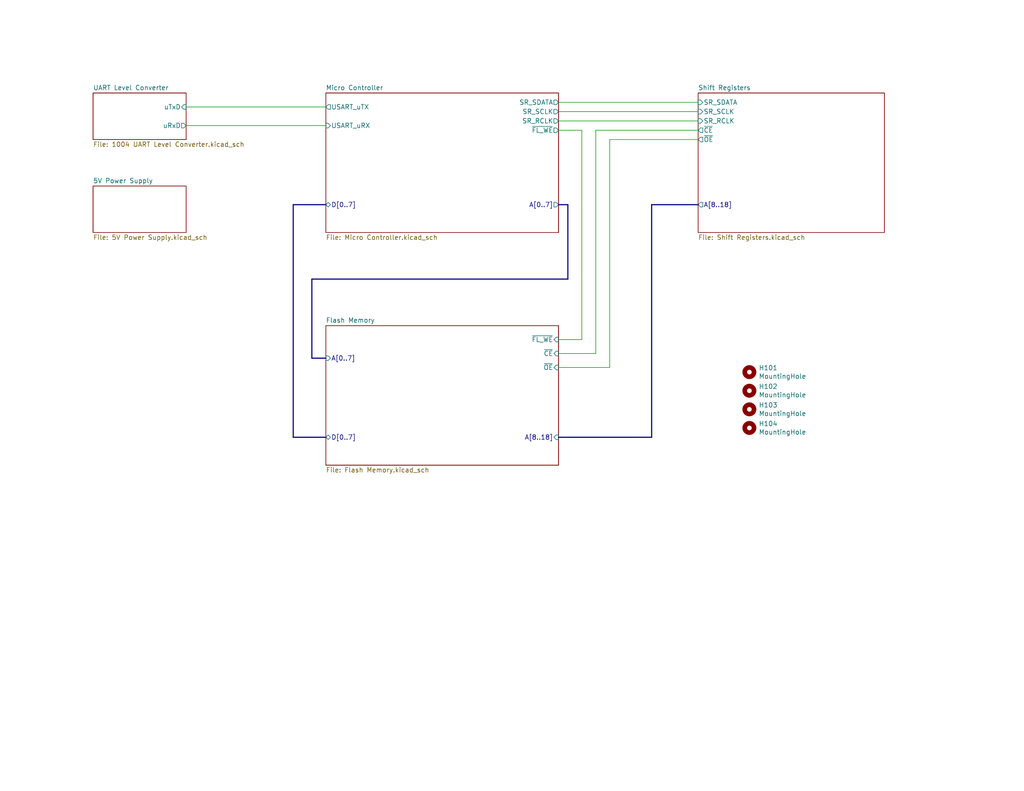
<source format=kicad_sch>
(kicad_sch (version 20211123) (generator eeschema)
  (paper "USLetter")
  (title_block (title "1005 Flash Programmer") (date "2021-12-12") (rev "1") (company "Dan Wilson") (comment 3 "Copyright © 2021 Dan Wilson") (comment 4 "SST39SF0x0A Flash Programmer"))
  (lib_symbols
    (symbol "Mechanical:MountingHole" (pin_names (offset 1.016))
      (property "Reference" "H" (at 0 5.08 0))
      (property "Value" "MountingHole" (at 0 3.175 0))
      (symbol "MountingHole_0_1"
        (circle (center 0 0) (radius 1.27) (stroke (width 1.27)))
      )
    )
  )
  (wire (pts (xy 166.37 100.33) (xy 152.4 100.33)))
  (bus (pts (xy 154.94 55.88) (xy 152.4 55.88)))
  (wire (pts (xy 50.8 34.29) (xy 88.9 34.29)))
  (bus (pts (xy 85.09 76.2) (xy 154.94 76.2)))
  (bus (pts (xy 88.9 55.88) (xy 80.01 55.88)))
  (wire (pts (xy 190.5 38.1) (xy 166.37 38.1)))
  (wire (pts (xy 152.4 33.02) (xy 190.5 33.02)))
  (wire (pts (xy 158.75 92.71) (xy 152.4 92.71)))
  (bus (pts (xy 154.94 76.2) (xy 154.94 55.88)))
  (wire (pts (xy 152.4 96.52) (xy 162.56 96.52)))
  (bus (pts (xy 80.01 119.38) (xy 88.9 119.38)))
  (bus (pts (xy 177.8 55.88) (xy 177.8 119.38)))
  (wire (pts (xy 50.8 29.21) (xy 88.9 29.21)))
  (wire (pts (xy 152.4 35.56) (xy 158.75 35.56)))
  (bus (pts (xy 190.5 55.88) (xy 177.8 55.88)))
  (bus (pts (xy 85.09 97.79) (xy 85.09 76.2)))
  (bus (pts (xy 177.8 119.38) (xy 152.4 119.38)))
  (bus (pts (xy 88.9 97.79) (xy 85.09 97.79)))
  (wire (pts (xy 166.37 38.1) (xy 166.37 100.33)))
  (wire (pts (xy 190.5 30.48) (xy 152.4 30.48)))
  (bus (pts (xy 80.01 55.88) (xy 80.01 119.38)))
  (wire (pts (xy 158.75 35.56) (xy 158.75 92.71)))
  (wire (pts (xy 162.56 35.56) (xy 190.5 35.56)))
  (wire (pts (xy 152.4 27.94) (xy 190.5 27.94)))
  (wire (pts (xy 162.56 96.52) (xy 162.56 35.56)))
  (symbol (lib_id "Mechanical:MountingHole") (at 204.47 101.6 0) (unit 1)
    (property "Reference" "H101" (at 207.01 100.4316 0) (effects (justify left)))
    (property "Value" "MountingHole" (at 207.01 102.743 0) (effects (justify left)))
    (property "Footprint" "MountingHole:MountingHole_3.2mm_M3" (effects hide))
  )
  (symbol (lib_id "Mechanical:MountingHole") (at 204.47 106.68 0) (unit 1)
    (property "Reference" "H102" (at 207.01 105.5116 0) (effects (justify left)))
    (property "Value" "MountingHole" (at 207.01 107.823 0) (effects (justify left)))
    (property "Footprint" "MountingHole:MountingHole_3.2mm_M3" (effects hide))
  )
  (symbol (lib_id "Mechanical:MountingHole") (at 204.47 111.76 0) (unit 1)
    (property "Reference" "H103" (at 207.01 110.5916 0) (effects (justify left)))
    (property "Value" "MountingHole" (at 207.01 112.903 0) (effects (justify left)))
    (property "Footprint" "MountingHole:MountingHole_3.2mm_M3" (effects hide))
  )
  (symbol (lib_id "Mechanical:MountingHole") (at 204.47 116.84 0) (unit 1)
    (property "Reference" "H104" (at 207.01 115.6716 0) (effects (justify left)))
    (property "Value" "MountingHole" (at 207.01 117.983 0) (effects (justify left)))
    (property "Footprint" "MountingHole:MountingHole_3.2mm_M3" (effects hide))
  )
  (sheet (at 25.4 25.4) (size 25.4 12.7)
    (property "Sheet name" "UART Level Converter" (at 25.4 24.6884 0) (effects (justify left bottom)))
    (property "Sheet file" "1004 UART Level Converter.kicad_sch" (at 25.4 38.6846 0) (effects (justify left top)))
    (pin "uTxD" input (at 50.8 29.21 0))
    (pin "uRxD" output (at 50.8 34.29 0))
  )
  (sheet (at 25.4 50.8) (size 25.4 12.7)
    (property "Sheet name" "5V Power Supply" (at 25.4 50.0884 0) (effects (justify left bottom)))
    (property "Sheet file" "5V Power Supply.kicad_sch" (at 25.4 64.0846 0) (effects (justify left top)))
  )
  (sheet (at 88.9 25.4) (size 63.5 38.1)
    (property "Sheet name" "Micro Controller" (at 88.9 24.6884 0) (effects (justify left bottom)))
    (property "Sheet file" "Micro Controller.kicad_sch" (at 88.9 64.0846 0) (effects (justify left top)))
    (pin "SR_SDATA" output (at 152.4 27.94 0))
    (pin "SR_SCLK" output (at 152.4 30.48 0))
    (pin "SR_RCLK" output (at 152.4 33.02 0))
    (pin "~{FL_WE}" output (at 152.4 35.56 0))
    (pin "USART_uTX" output (at 88.9 29.21 180))
    (pin "USART_uRX" input (at 88.9 34.29 180))
    (pin "D[0..7]" bidirectional (at 88.9 55.88 180))
    (pin "A[0..7]" output (at 152.4 55.88 0))
  )
  (sheet (at 190.5 25.4) (size 50.8 38.1)
    (property "Sheet name" "Shift Registers" (at 190.5 24.6884 0) (effects (justify left bottom)))
    (property "Sheet file" "Shift Registers.kicad_sch" (at 190.5 64.0846 0) (effects (justify left top)))
    (pin "SR_SDATA" input (at 190.5 27.94 180))
    (pin "SR_RCLK" input (at 190.5 33.02 180))
    (pin "SR_SCLK" input (at 190.5 30.48 180))
    (pin "~{CE}" output (at 190.5 35.56 180))
    (pin "~{OE}" output (at 190.5 38.1 180))
    (pin "A[8..18]" output (at 190.5 55.88 180))
  )
  (sheet (at 88.9 88.9) (size 63.5 38.1)
    (property "Sheet name" "Flash Memory" (at 88.9 88.1884 0) (effects (justify left bottom)))
    (property "Sheet file" "Flash Memory.kicad_sch" (at 88.9 127.5846 0) (effects (justify left top)))
    (pin "~{FL_WE}" input (at 152.4 92.71 0))
    (pin "~{OE}" input (at 152.4 100.33 0))
    (pin "~{CE}" input (at 152.4 96.52 0))
    (pin "D[0..7]" bidirectional (at 88.9 119.38 180))
    (pin "A[0..7]" input (at 88.9 97.79 180))
    (pin "A[8..18]" input (at 152.4 119.38 0))
  )
)
</source>
